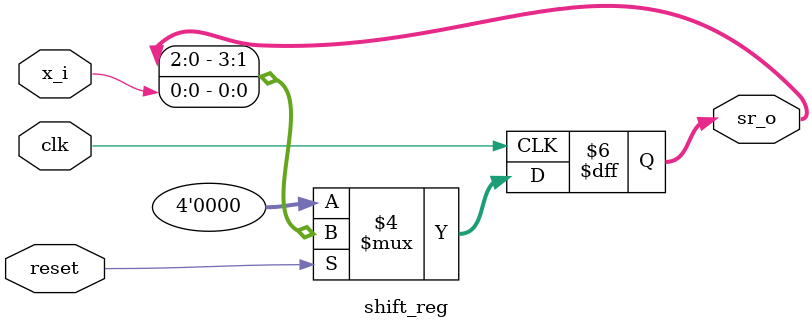
<source format=sv>

module shift_reg(
  input     wire        clk,
  input     wire        reset,
  input     wire        x_i,      // Serial input

  output    reg [3:0]   sr_o
);
  always @(posedge clk) begin
    if (!reset)
      sr_o <= 4'b0;
    else
      //@(x_i) begin // keep this if we want to shift the value only when x_i is changing
        sr_o <= {sr_o[2:0], x_i};
      //end
  end
 
endmodule
</source>
